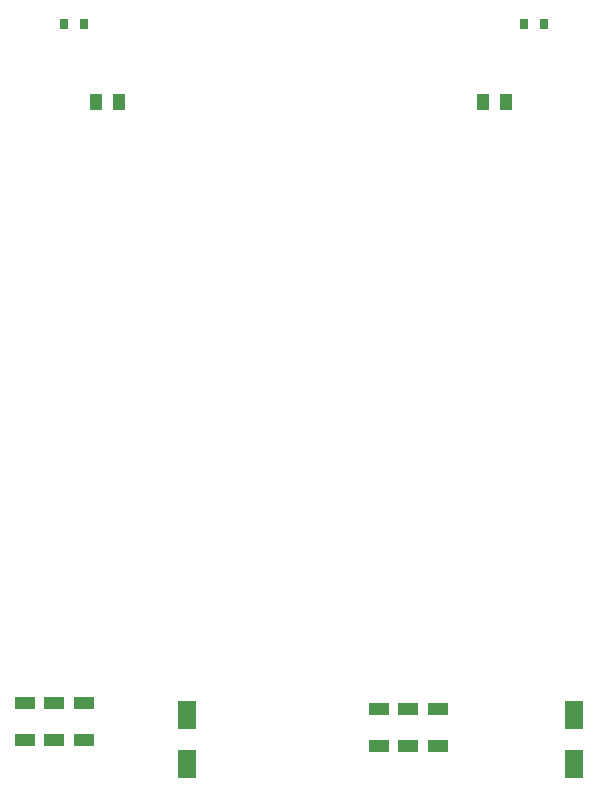
<source format=gbp>
G04 Layer_Color=128*
%FSLAX25Y25*%
%MOIN*%
G70*
G01*
G75*
%ADD34R,0.04134X0.05315*%
%ADD35R,0.06890X0.03937*%
%ADD36R,0.03150X0.03347*%
%ADD37R,0.06102X0.09252*%
D34*
X68800Y341535D02*
D03*
X61122D02*
D03*
X197737Y341535D02*
D03*
X190059D02*
D03*
D35*
X175197Y126772D02*
D03*
Y138976D02*
D03*
X165354D02*
D03*
Y126772D02*
D03*
X155512D02*
D03*
Y138976D02*
D03*
X57087Y128740D02*
D03*
Y140945D02*
D03*
X47244D02*
D03*
Y128740D02*
D03*
X37402D02*
D03*
Y140945D02*
D03*
D36*
X210512Y367539D02*
D03*
X203819D02*
D03*
X50654Y367520D02*
D03*
X57346D02*
D03*
D37*
X220473Y120669D02*
D03*
Y137205D02*
D03*
X91536Y120669D02*
D03*
Y137205D02*
D03*
M02*

</source>
